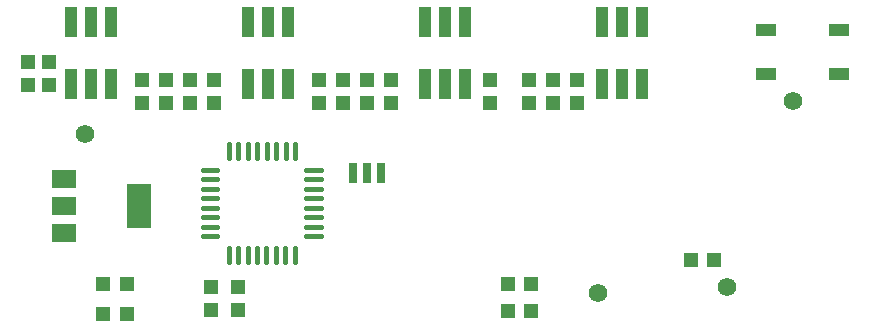
<source format=gtp>
G04 ---------------------------- Layer name :TOP PASTER LAYER*
G04 EasyEDA v5.5.11, Mon, 04 Jun 2018 22:37:14 GMT*
G04 4e3370736bcd402486d42fd13c25843b*
G04 Gerber Generator version 0.2*
G04 Scale: 100 percent, Rotated: No, Reflected: No *
G04 Dimensions in millimeters *
G04 leading zeros omitted , absolute positions ,3 integer and 3 decimal *
%FSLAX33Y33*%
%MOMM*%
G90*
G71D02*

%ADD13C,0.450012*%
%ADD17C,1.575054*%
%ADD18R,1.999996X3.799992*%
%ADD19R,1.999996X1.499997*%
%ADD20R,0.701040X1.699260*%
%ADD21R,1.799996X1.099998*%
%ADD22R,1.099998X2.499995*%
%ADD23R,1.206500X1.206500*%
%ADD24R,1.206500X1.206998*%
%ADD25R,1.206500X1.207008*%
%ADD26C,1.574800*%

%LPD*%
G54D13*
G01X28194Y9763D02*
G01X28194Y10962D01*
G01X27393Y9763D02*
G01X27393Y10962D01*
G01X26593Y9763D02*
G01X26593Y10962D01*
G01X25793Y9763D02*
G01X25793Y10962D01*
G01X24996Y9763D02*
G01X24996Y10962D01*
G01X24196Y9763D02*
G01X24196Y10962D01*
G01X23395Y9763D02*
G01X23395Y10962D01*
G01X22595Y9763D02*
G01X22595Y10962D01*
G01X21630Y11938D02*
G01X20431Y11938D01*
G01X21630Y12738D02*
G01X20431Y12738D01*
G01X21630Y13538D02*
G01X20431Y13538D01*
G01X21630Y14338D02*
G01X20431Y14338D01*
G01X21630Y15135D02*
G01X20431Y15135D01*
G01X21630Y15935D02*
G01X20431Y15935D01*
G01X21630Y16736D02*
G01X20431Y16736D01*
G01X21630Y17536D02*
G01X20431Y17536D01*
G01X22606Y18526D02*
G01X22606Y19725D01*
G01X23406Y18526D02*
G01X23406Y19725D01*
G01X24206Y18526D02*
G01X24206Y19725D01*
G01X25006Y18526D02*
G01X25006Y19725D01*
G01X25803Y18526D02*
G01X25803Y19725D01*
G01X26603Y18526D02*
G01X26603Y19725D01*
G01X27404Y18526D02*
G01X27404Y19725D01*
G01X28204Y18526D02*
G01X28204Y19725D01*
G01X30368Y17526D02*
G01X29169Y17526D01*
G01X30368Y16725D02*
G01X29169Y16725D01*
G01X30368Y15925D02*
G01X29169Y15925D01*
G01X30368Y15125D02*
G01X29169Y15125D01*
G01X30368Y14328D02*
G01X29169Y14328D01*
G01X30368Y13528D02*
G01X29169Y13528D01*
G01X30368Y12727D02*
G01X29169Y12727D01*
G01X30368Y11927D02*
G01X29169Y11927D01*
G54D17*
G01X64770Y7620D03*
G01X70358Y23368D03*
G54D18*
G01X14986Y14478D03*
G54D19*
G01X8685Y14478D03*
G01X8685Y12178D03*
G01X8685Y16777D03*
G54D20*
G01X33096Y17270D03*
G01X34290Y17270D03*
G01X35483Y17270D03*
G54D21*
G01X68070Y29371D03*
G01X68070Y25670D03*
G01X74270Y29371D03*
G01X74270Y25670D03*
G54D22*
G01X57580Y30031D03*
G01X55878Y30031D03*
G01X54179Y30031D03*
G01X57580Y24831D03*
G01X55880Y24831D03*
G01X54179Y24831D03*
G01X42593Y30031D03*
G01X40894Y30031D03*
G01X39194Y30031D03*
G01X42593Y24831D03*
G01X40894Y24831D03*
G01X39194Y24831D03*
G01X27608Y30031D03*
G01X25906Y30031D03*
G01X24207Y30031D03*
G01X27608Y24831D03*
G01X25908Y24831D03*
G01X24207Y24831D03*
G01X12621Y30031D03*
G01X10922Y30031D03*
G01X9222Y30031D03*
G01X12621Y24831D03*
G01X10922Y24831D03*
G01X9222Y24831D03*
G54D23*
G01X61723Y9904D03*
G01X63704Y9904D03*
G01X13971Y7872D03*
G01X11990Y7872D03*
G01X13971Y5332D03*
G01X11990Y5332D03*
G54D24*
G01X15241Y25147D03*
G54D23*
G01X15241Y23166D03*
G54D24*
G01X17273Y25147D03*
G54D23*
G01X17273Y23166D03*
G54D24*
G01X19305Y25147D03*
G54D23*
G01X19305Y23166D03*
G54D24*
G01X21337Y25147D03*
G54D23*
G01X21337Y23166D03*
G01X46226Y5589D03*
G01X48207Y5589D03*
G01X46226Y7875D03*
G01X48207Y7875D03*
G54D24*
G01X30227Y25147D03*
G54D23*
G01X30227Y23166D03*
G54D24*
G01X32259Y25147D03*
G54D23*
G01X32259Y23166D03*
G54D24*
G01X34291Y25147D03*
G54D23*
G01X34291Y23166D03*
G54D24*
G01X36323Y25147D03*
G54D23*
G01X36323Y23166D03*
G54D24*
G01X44705Y25147D03*
G54D23*
G01X44705Y23166D03*
G54D24*
G01X48007Y25147D03*
G54D23*
G01X48007Y23166D03*
G54D24*
G01X50039Y25147D03*
G54D23*
G01X50039Y23166D03*
G54D24*
G01X52071Y25147D03*
G54D23*
G01X52071Y23166D03*
G54D25*
G01X5589Y26671D03*
G54D23*
G01X5589Y24690D03*
G54D25*
G01X7367Y26668D03*
G54D23*
G01X7367Y24687D03*
G01X23371Y7618D03*
G01X23371Y5637D03*
G01X21083Y7618D03*
G01X21083Y5637D03*
G54D26*
G01X10414Y20574D03*
G54D17*
G01X53848Y7112D03*
M00*
M02*

</source>
